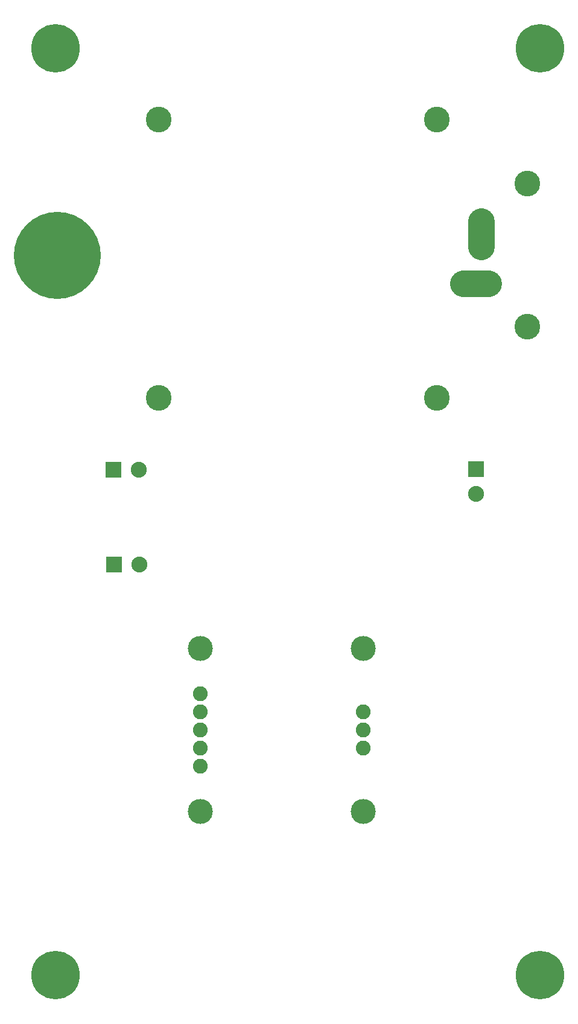
<source format=gbr>
G04 EAGLE Gerber RS-274X export*
G75*
%MOMM*%
%FSLAX34Y34*%
%LPD*%
%INSoldermask Bottom*%
%IPPOS*%
%AMOC8*
5,1,8,0,0,1.08239X$1,22.5*%
G01*
%ADD10C,6.803200*%
%ADD11C,12.203200*%
%ADD12C,3.603200*%
%ADD13C,2.082800*%
%ADD14C,3.505200*%
%ADD15R,2.235200X2.235200*%
%ADD16C,2.235200*%
%ADD17C,3.759200*%


D10*
X97500Y1400000D03*
X97500Y100000D03*
X777500Y100000D03*
X777500Y1400000D03*
D11*
X100000Y1110000D03*
D12*
X242500Y1300000D03*
X632500Y1300000D03*
X242500Y910000D03*
X632500Y910000D03*
X760000Y1010000D03*
X760000Y1210000D03*
D13*
X301000Y494500D03*
X301000Y469100D03*
X301000Y443700D03*
X301000Y418300D03*
X301000Y392900D03*
X529600Y418300D03*
X529600Y443700D03*
X529600Y469100D03*
D14*
X301000Y558000D03*
X301000Y329400D03*
X529600Y558000D03*
X529600Y329400D03*
D15*
X688000Y810000D03*
D16*
X688000Y775000D03*
D17*
X705552Y1070000D02*
X669992Y1070000D01*
X695138Y1121435D02*
X695138Y1156995D01*
D15*
X180000Y676230D03*
D16*
X215000Y676230D03*
D15*
X179000Y809000D03*
D16*
X214000Y809000D03*
M02*

</source>
